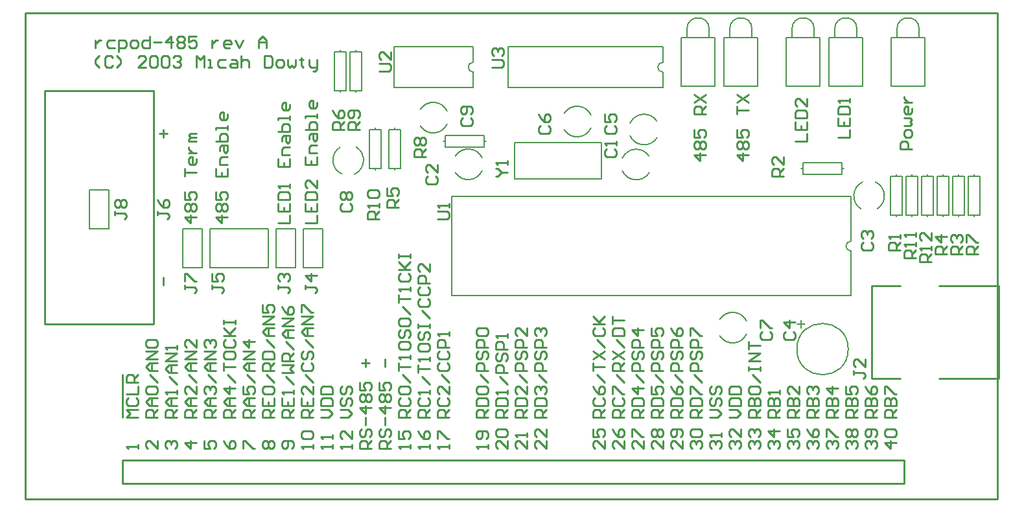
<source format=gto>
%FSLAX23Y23*%
%MOIN*%
G70*
G01*
G75*
%ADD10C,0.006*%
%ADD11C,0.010*%
%ADD12C,0.001*%
%ADD13C,0.001*%
%ADD14C,0.250*%
%ADD15C,0.055*%
%ADD16R,0.053X0.053*%
%ADD17C,0.053*%
%ADD18C,0.059*%
%ADD19R,0.059X0.059*%
%ADD20C,0.070*%
%ADD21C,0.059*%
%ADD22R,0.059X0.059*%
%ADD23C,0.065*%
%ADD24C,0.180*%
%ADD25C,0.047*%
%ADD26R,0.047X0.047*%
%ADD27O,0.500X0.400*%
%ADD28R,0.070X0.070*%
%ADD29C,0.063*%
%ADD30C,0.025*%
%ADD31C,0.008*%
%ADD32C,0.005*%
%ADD33C,0.006*%
D11*
X5006Y620D02*
Y1094D01*
X4700D02*
X5006D01*
X4700Y620D02*
X5006D01*
X4352D02*
Y1094D01*
Y620D02*
X4500D01*
X4352Y1094D02*
X4500D01*
X660Y1520D02*
Y2100D01*
X100Y1500D02*
Y2100D01*
Y900D02*
X380D01*
X100D02*
Y1500D01*
Y2100D02*
X660D01*
Y900D02*
Y1520D01*
X380Y900D02*
X660D01*
X500Y420D02*
Y640D01*
Y80D02*
Y180D01*
Y200D01*
X4520D01*
Y80D02*
Y200D01*
X500Y80D02*
X4520D01*
X380Y2220D02*
X360Y2240D01*
Y2260D01*
X380Y2280D01*
X450Y2270D02*
X440Y2280D01*
X420D01*
X410Y2270D01*
Y2230D01*
X420Y2220D01*
X440D01*
X450Y2230D01*
X470Y2220D02*
X490Y2240D01*
Y2260D01*
X470Y2280D01*
X620Y2220D02*
X580D01*
X620Y2260D01*
Y2270D01*
X610Y2280D01*
X590D01*
X580Y2270D01*
X640D02*
X650Y2280D01*
X670D01*
X680Y2270D01*
Y2230D01*
X670Y2220D01*
X650D01*
X640Y2230D01*
Y2270D01*
X700D02*
X710Y2280D01*
X730D01*
X740Y2270D01*
Y2230D01*
X730Y2220D01*
X710D01*
X700Y2230D01*
Y2270D01*
X760D02*
X770Y2280D01*
X790D01*
X800Y2270D01*
Y2260D01*
X790Y2250D01*
X780D01*
X790D01*
X800Y2240D01*
Y2230D01*
X790Y2220D01*
X770D01*
X760Y2230D01*
X880Y2220D02*
Y2280D01*
X900Y2260D01*
X920Y2280D01*
Y2220D01*
X940D02*
X960D01*
X950D01*
Y2260D01*
X940D01*
X1030D02*
X1000D01*
X990Y2250D01*
Y2230D01*
X1000Y2220D01*
X1030D01*
X1060Y2260D02*
X1080D01*
X1090Y2250D01*
Y2220D01*
X1060D01*
X1050Y2230D01*
X1060Y2240D01*
X1090D01*
X1110Y2280D02*
Y2220D01*
Y2250D01*
X1120Y2260D01*
X1140D01*
X1150Y2250D01*
Y2220D01*
X1230Y2280D02*
Y2220D01*
X1260D01*
X1270Y2230D01*
Y2270D01*
X1260Y2280D01*
X1230D01*
X1300Y2220D02*
X1320D01*
X1330Y2230D01*
Y2250D01*
X1320Y2260D01*
X1300D01*
X1290Y2250D01*
Y2230D01*
X1300Y2220D01*
X1350Y2260D02*
Y2230D01*
X1360Y2220D01*
X1370Y2230D01*
X1380Y2220D01*
X1390Y2230D01*
Y2260D01*
X1420Y2270D02*
Y2260D01*
X1410D01*
X1430D01*
X1420D01*
Y2230D01*
X1430Y2220D01*
X1460Y2260D02*
Y2230D01*
X1470Y2220D01*
X1500D01*
Y2210D01*
X1490Y2200D01*
X1480D01*
X1500Y2220D02*
Y2260D01*
X360Y2360D02*
Y2320D01*
Y2340D01*
X370Y2350D01*
X380Y2360D01*
X390D01*
X460D02*
X430D01*
X420Y2350D01*
Y2330D01*
X430Y2320D01*
X460D01*
X480Y2300D02*
Y2360D01*
X510D01*
X520Y2350D01*
Y2330D01*
X510Y2320D01*
X480D01*
X550D02*
X570D01*
X580Y2330D01*
Y2350D01*
X570Y2360D01*
X550D01*
X540Y2350D01*
Y2330D01*
X550Y2320D01*
X640Y2380D02*
Y2320D01*
X610D01*
X600Y2330D01*
Y2350D01*
X610Y2360D01*
X640D01*
X660Y2350D02*
X700D01*
X750Y2320D02*
Y2380D01*
X720Y2350D01*
X760D01*
X780Y2370D02*
X790Y2380D01*
X810D01*
X820Y2370D01*
Y2360D01*
X810Y2350D01*
X820Y2340D01*
Y2330D01*
X810Y2320D01*
X790D01*
X780Y2330D01*
Y2340D01*
X790Y2350D01*
X780Y2360D01*
Y2370D01*
X790Y2350D02*
X810D01*
X880Y2380D02*
X840D01*
Y2350D01*
X860Y2360D01*
X870D01*
X880Y2350D01*
Y2330D01*
X870Y2320D01*
X850D01*
X840Y2330D01*
X960Y2360D02*
Y2320D01*
Y2340D01*
X970Y2350D01*
X980Y2360D01*
X990D01*
X1050Y2320D02*
X1030D01*
X1020Y2330D01*
Y2350D01*
X1030Y2360D01*
X1050D01*
X1060Y2350D01*
Y2340D01*
X1020D01*
X1080Y2360D02*
X1100Y2320D01*
X1120Y2360D01*
X1200Y2320D02*
Y2360D01*
X1220Y2380D01*
X1240Y2360D01*
Y2320D01*
Y2350D01*
X1200D01*
X2060Y1760D02*
X2000D01*
Y1790D01*
X2010Y1800D01*
X2030D01*
X2040Y1790D01*
Y1760D01*
Y1780D02*
X2060Y1800D01*
X2010Y1820D02*
X2000Y1830D01*
Y1850D01*
X2010Y1860D01*
X2020D01*
X2030Y1850D01*
X2040Y1860D01*
X2050D01*
X2060Y1850D01*
Y1830D01*
X2050Y1820D01*
X2040D01*
X2030Y1830D01*
X2020Y1820D01*
X2010D01*
X2030Y1830D02*
Y1850D01*
X1640Y1900D02*
X1580D01*
Y1930D01*
X1590Y1940D01*
X1610D01*
X1620Y1930D01*
Y1900D01*
Y1920D02*
X1640Y1940D01*
X1580Y2000D02*
X1590Y1980D01*
X1610Y1960D01*
X1630D01*
X1640Y1970D01*
Y1990D01*
X1630Y2000D01*
X1620D01*
X1610Y1990D01*
Y1960D01*
X1720Y1900D02*
X1660D01*
Y1930D01*
X1670Y1940D01*
X1690D01*
X1700Y1930D01*
Y1900D01*
Y1920D02*
X1720Y1940D01*
X1710Y1960D02*
X1720Y1970D01*
Y1990D01*
X1710Y2000D01*
X1670D01*
X1660Y1990D01*
Y1970D01*
X1670Y1960D01*
X1680D01*
X1690Y1970D01*
Y2000D01*
X2990Y1920D02*
X2980Y1910D01*
Y1890D01*
X2990Y1880D01*
X3030D01*
X3040Y1890D01*
Y1910D01*
X3030Y1920D01*
X2980Y1980D02*
Y1940D01*
X3010D01*
X3000Y1960D01*
Y1970D01*
X3010Y1980D01*
X3030D01*
X3040Y1970D01*
Y1950D01*
X3030Y1940D01*
X2400Y2220D02*
X2450D01*
X2460Y2230D01*
Y2250D01*
X2450Y2260D01*
X2400D01*
X2410Y2280D02*
X2400Y2290D01*
Y2310D01*
X2410Y2320D01*
X2420D01*
X2430Y2310D01*
Y2300D01*
Y2310D01*
X2440Y2320D01*
X2450D01*
X2460Y2310D01*
Y2290D01*
X2450Y2280D01*
X3790Y860D02*
X3780Y850D01*
Y830D01*
X3790Y820D01*
X3830D01*
X3840Y830D01*
Y850D01*
X3830Y860D01*
X3780Y880D02*
Y920D01*
X3790D01*
X3830Y880D01*
X3840D01*
X2120Y1440D02*
X2170D01*
X2180Y1450D01*
Y1470D01*
X2170Y1480D01*
X2120D01*
X2180Y1500D02*
Y1520D01*
Y1510D01*
X2120D01*
X2130Y1500D01*
X710Y1100D02*
Y1140D01*
Y1860D02*
Y1900D01*
X690Y1880D02*
X730D01*
X2080Y420D02*
X2020D01*
Y450D01*
X2030Y460D01*
X2050D01*
X2060Y450D01*
Y420D01*
Y440D02*
X2080Y460D01*
X2030Y520D02*
X2020Y510D01*
Y490D01*
X2030Y480D01*
X2070D01*
X2080Y490D01*
Y510D01*
X2070Y520D01*
X2080Y540D02*
Y560D01*
Y550D01*
X2020D01*
X2030Y540D01*
X2080Y590D02*
X2040Y630D01*
X2020Y650D02*
Y690D01*
Y670D01*
X2080D01*
Y710D02*
Y730D01*
Y720D01*
X2020D01*
X2030Y710D01*
X2020Y790D02*
Y770D01*
X2030Y760D01*
X2070D01*
X2080Y770D01*
Y790D01*
X2070Y800D01*
X2030D01*
X2020Y790D01*
X2030Y860D02*
X2020Y850D01*
Y830D01*
X2030Y820D01*
X2040D01*
X2050Y830D01*
Y850D01*
X2060Y860D01*
X2070D01*
X2080Y850D01*
Y830D01*
X2070Y820D01*
X2020Y880D02*
Y900D01*
Y890D01*
X2080D01*
Y880D01*
Y900D01*
Y930D02*
X2040Y970D01*
X2030Y1030D02*
X2020Y1020D01*
Y1000D01*
X2030Y990D01*
X2070D01*
X2080Y1000D01*
Y1020D01*
X2070Y1030D01*
X2030Y1090D02*
X2020Y1080D01*
Y1060D01*
X2030Y1050D01*
X2070D01*
X2080Y1060D01*
Y1080D01*
X2070Y1090D01*
X2080Y1110D02*
X2020D01*
Y1140D01*
X2030Y1150D01*
X2050D01*
X2060Y1140D01*
Y1110D01*
X2080Y1210D02*
Y1170D01*
X2040Y1210D01*
X2030D01*
X2020Y1200D01*
Y1180D01*
X2030Y1170D01*
X580Y420D02*
X520D01*
X540Y440D01*
X520Y460D01*
X580D01*
X530Y520D02*
X520Y510D01*
Y490D01*
X530Y480D01*
X570D01*
X580Y490D01*
Y510D01*
X570Y520D01*
X520Y540D02*
X580D01*
Y580D01*
Y600D02*
X520D01*
Y630D01*
X530Y640D01*
X550D01*
X560Y630D01*
Y600D01*
Y620D02*
X580Y640D01*
X680Y420D02*
X620D01*
Y450D01*
X630Y460D01*
X650D01*
X660Y450D01*
Y420D01*
Y440D02*
X680Y460D01*
Y480D02*
X640D01*
X620Y500D01*
X640Y520D01*
X680D01*
X650D01*
Y480D01*
X630Y540D02*
X620Y550D01*
Y570D01*
X630Y580D01*
X670D01*
X680Y570D01*
Y550D01*
X670Y540D01*
X630D01*
X680Y600D02*
X640Y640D01*
X680Y660D02*
X640D01*
X620Y680D01*
X640Y700D01*
X680D01*
X650D01*
Y660D01*
X680Y720D02*
X620D01*
X680Y760D01*
X620D01*
X630Y780D02*
X620Y790D01*
Y810D01*
X630Y820D01*
X670D01*
X680Y810D01*
Y790D01*
X670Y780D01*
X630D01*
X780Y420D02*
X720D01*
Y450D01*
X730Y460D01*
X750D01*
X760Y450D01*
Y420D01*
Y440D02*
X780Y460D01*
Y480D02*
X740D01*
X720Y500D01*
X740Y520D01*
X780D01*
X750D01*
Y480D01*
X780Y540D02*
Y560D01*
Y550D01*
X720D01*
X730Y540D01*
X780Y590D02*
X740Y630D01*
X780Y650D02*
X740D01*
X720Y670D01*
X740Y690D01*
X780D01*
X750D01*
Y650D01*
X780Y710D02*
X720D01*
X780Y750D01*
X720D01*
X780Y770D02*
Y790D01*
Y780D01*
X720D01*
X730Y770D01*
X880Y420D02*
X820D01*
Y450D01*
X830Y460D01*
X850D01*
X860Y450D01*
Y420D01*
Y440D02*
X880Y460D01*
Y480D02*
X840D01*
X820Y500D01*
X840Y520D01*
X880D01*
X850D01*
Y480D01*
X880Y580D02*
Y540D01*
X840Y580D01*
X830D01*
X820Y570D01*
Y550D01*
X830Y540D01*
X880Y600D02*
X840Y640D01*
X880Y660D02*
X840D01*
X820Y680D01*
X840Y700D01*
X880D01*
X850D01*
Y660D01*
X880Y720D02*
X820D01*
X880Y760D01*
X820D01*
X880Y820D02*
Y780D01*
X840Y820D01*
X830D01*
X820Y810D01*
Y790D01*
X830Y780D01*
X980Y420D02*
X920D01*
Y450D01*
X930Y460D01*
X950D01*
X960Y450D01*
Y420D01*
Y440D02*
X980Y460D01*
Y480D02*
X940D01*
X920Y500D01*
X940Y520D01*
X980D01*
X950D01*
Y480D01*
X930Y540D02*
X920Y550D01*
Y570D01*
X930Y580D01*
X940D01*
X950Y570D01*
Y560D01*
Y570D01*
X960Y580D01*
X970D01*
X980Y570D01*
Y550D01*
X970Y540D01*
X980Y600D02*
X940Y640D01*
X980Y660D02*
X940D01*
X920Y680D01*
X940Y700D01*
X980D01*
X950D01*
Y660D01*
X980Y720D02*
X920D01*
X980Y760D01*
X920D01*
X930Y780D02*
X920Y790D01*
Y810D01*
X930Y820D01*
X940D01*
X950Y810D01*
Y800D01*
Y810D01*
X960Y820D01*
X970D01*
X980Y810D01*
Y790D01*
X970Y780D01*
X1080Y420D02*
X1020D01*
Y450D01*
X1030Y460D01*
X1050D01*
X1060Y450D01*
Y420D01*
Y440D02*
X1080Y460D01*
Y480D02*
X1040D01*
X1020Y500D01*
X1040Y520D01*
X1080D01*
X1050D01*
Y480D01*
X1080Y570D02*
X1020D01*
X1050Y540D01*
Y580D01*
X1080Y600D02*
X1040Y640D01*
X1020Y660D02*
Y700D01*
Y680D01*
X1080D01*
X1030Y720D02*
X1020Y730D01*
Y750D01*
X1030Y760D01*
X1070D01*
X1080Y750D01*
Y730D01*
X1070Y720D01*
X1030D01*
Y820D02*
X1020Y810D01*
Y790D01*
X1030Y780D01*
X1070D01*
X1080Y790D01*
Y810D01*
X1070Y820D01*
X1020Y840D02*
X1080D01*
X1060D01*
X1020Y880D01*
X1050Y850D01*
X1080Y880D01*
X1020Y900D02*
Y920D01*
Y910D01*
X1080D01*
Y900D01*
Y920D01*
X1180Y420D02*
X1120D01*
Y450D01*
X1130Y460D01*
X1150D01*
X1160Y450D01*
Y420D01*
Y440D02*
X1180Y460D01*
Y480D02*
X1140D01*
X1120Y500D01*
X1140Y520D01*
X1180D01*
X1150D01*
Y480D01*
X1120Y580D02*
Y540D01*
X1150D01*
X1140Y560D01*
Y570D01*
X1150Y580D01*
X1170D01*
X1180Y570D01*
Y550D01*
X1170Y540D01*
X1180Y600D02*
X1140Y640D01*
X1180Y660D02*
X1140D01*
X1120Y680D01*
X1140Y700D01*
X1180D01*
X1150D01*
Y660D01*
X1180Y720D02*
X1120D01*
X1180Y760D01*
X1120D01*
X1180Y810D02*
X1120D01*
X1150Y780D01*
Y820D01*
X1280Y420D02*
X1220D01*
Y450D01*
X1230Y460D01*
X1250D01*
X1260Y450D01*
Y420D01*
Y440D02*
X1280Y460D01*
X1220Y520D02*
Y480D01*
X1280D01*
Y520D01*
X1250Y480D02*
Y500D01*
X1230Y540D02*
X1220Y550D01*
Y570D01*
X1230Y580D01*
X1270D01*
X1280Y570D01*
Y550D01*
X1270Y540D01*
X1230D01*
X1280Y600D02*
X1240Y640D01*
X1280Y660D02*
X1220D01*
Y690D01*
X1230Y700D01*
X1250D01*
X1260Y690D01*
Y660D01*
Y680D02*
X1280Y700D01*
X1220Y720D02*
X1280D01*
Y750D01*
X1270Y760D01*
X1230D01*
X1220Y750D01*
Y720D01*
X1280Y780D02*
X1240Y820D01*
X1280Y840D02*
X1240D01*
X1220Y860D01*
X1240Y880D01*
X1280D01*
X1250D01*
Y840D01*
X1280Y900D02*
X1220D01*
X1280Y940D01*
X1220D01*
Y1000D02*
Y960D01*
X1250D01*
X1240Y980D01*
Y990D01*
X1250Y1000D01*
X1270D01*
X1280Y990D01*
Y970D01*
X1270Y960D01*
X1380Y420D02*
X1320D01*
Y450D01*
X1330Y460D01*
X1350D01*
X1360Y450D01*
Y420D01*
Y440D02*
X1380Y460D01*
X1320Y520D02*
Y480D01*
X1380D01*
Y520D01*
X1350Y480D02*
Y500D01*
X1380Y540D02*
Y560D01*
Y550D01*
X1320D01*
X1330Y540D01*
X1380Y590D02*
X1340Y630D01*
X1320Y650D02*
X1380D01*
X1360Y670D01*
X1380Y690D01*
X1320D01*
X1380Y710D02*
X1320D01*
Y740D01*
X1330Y750D01*
X1350D01*
X1360Y740D01*
Y710D01*
Y730D02*
X1380Y750D01*
Y770D02*
X1340Y810D01*
X1380Y830D02*
X1340D01*
X1320Y850D01*
X1340Y870D01*
X1380D01*
X1350D01*
Y830D01*
X1380Y890D02*
X1320D01*
X1380Y930D01*
X1320D01*
Y990D02*
X1330Y970D01*
X1350Y950D01*
X1370D01*
X1380Y960D01*
Y980D01*
X1370Y990D01*
X1360D01*
X1350Y980D01*
Y950D01*
X1480Y420D02*
X1420D01*
Y450D01*
X1430Y460D01*
X1450D01*
X1460Y450D01*
Y420D01*
Y440D02*
X1480Y460D01*
X1420Y520D02*
Y480D01*
X1480D01*
Y520D01*
X1450Y480D02*
Y500D01*
X1480Y580D02*
Y540D01*
X1440Y580D01*
X1430D01*
X1420Y570D01*
Y550D01*
X1430Y540D01*
X1480Y600D02*
X1440Y640D01*
X1430Y700D02*
X1420Y690D01*
Y670D01*
X1430Y660D01*
X1470D01*
X1480Y670D01*
Y690D01*
X1470Y700D01*
X1430Y760D02*
X1420Y750D01*
Y730D01*
X1430Y720D01*
X1440D01*
X1450Y730D01*
Y750D01*
X1460Y760D01*
X1470D01*
X1480Y750D01*
Y730D01*
X1470Y720D01*
X1480Y780D02*
X1440Y820D01*
X1480Y840D02*
X1440D01*
X1420Y860D01*
X1440Y880D01*
X1480D01*
X1450D01*
Y840D01*
X1480Y900D02*
X1420D01*
X1480Y940D01*
X1420D01*
Y960D02*
Y1000D01*
X1430D01*
X1470Y960D01*
X1480D01*
X1520Y420D02*
X1560D01*
X1580Y440D01*
X1560Y460D01*
X1520D01*
Y480D02*
X1580D01*
Y510D01*
X1570Y520D01*
X1530D01*
X1520Y510D01*
Y480D01*
Y540D02*
X1580D01*
Y570D01*
X1570Y580D01*
X1530D01*
X1520Y570D01*
Y540D01*
X1620Y420D02*
X1660D01*
X1680Y440D01*
X1660Y460D01*
X1620D01*
X1630Y520D02*
X1620Y510D01*
Y490D01*
X1630Y480D01*
X1640D01*
X1650Y490D01*
Y510D01*
X1660Y520D01*
X1670D01*
X1680Y510D01*
Y490D01*
X1670Y480D01*
X1630Y580D02*
X1620Y570D01*
Y550D01*
X1630Y540D01*
X1640D01*
X1650Y550D01*
Y570D01*
X1660Y580D01*
X1670D01*
X1680Y570D01*
Y550D01*
X1670Y540D01*
X1980Y420D02*
X1920D01*
Y450D01*
X1930Y460D01*
X1950D01*
X1960Y450D01*
Y420D01*
Y440D02*
X1980Y460D01*
X1930Y520D02*
X1920Y510D01*
Y490D01*
X1930Y480D01*
X1970D01*
X1980Y490D01*
Y510D01*
X1970Y520D01*
X1930Y540D02*
X1920Y550D01*
Y570D01*
X1930Y580D01*
X1970D01*
X1980Y570D01*
Y550D01*
X1970Y540D01*
X1930D01*
X1980Y600D02*
X1940Y640D01*
X1920Y660D02*
Y700D01*
Y680D01*
X1980D01*
Y720D02*
Y740D01*
Y730D01*
X1920D01*
X1930Y720D01*
X1920Y800D02*
Y780D01*
X1930Y770D01*
X1970D01*
X1980Y780D01*
Y800D01*
X1970Y810D01*
X1930D01*
X1920Y800D01*
X1930Y870D02*
X1920Y860D01*
Y840D01*
X1930Y830D01*
X1940D01*
X1950Y840D01*
Y860D01*
X1960Y870D01*
X1970D01*
X1980Y860D01*
Y840D01*
X1970Y830D01*
X1920Y920D02*
Y900D01*
X1930Y890D01*
X1970D01*
X1980Y900D01*
Y920D01*
X1970Y930D01*
X1930D01*
X1920Y920D01*
X1980Y950D02*
X1940Y990D01*
X1920Y1010D02*
Y1050D01*
Y1030D01*
X1980D01*
Y1070D02*
Y1090D01*
Y1080D01*
X1920D01*
X1930Y1070D01*
Y1160D02*
X1920Y1150D01*
Y1130D01*
X1930Y1120D01*
X1970D01*
X1980Y1130D01*
Y1150D01*
X1970Y1160D01*
X1920Y1180D02*
X1980D01*
X1960D01*
X1920Y1220D01*
X1950Y1190D01*
X1980Y1220D01*
X1920Y1240D02*
Y1260D01*
Y1250D01*
X1980D01*
Y1240D01*
Y1260D01*
X2180Y420D02*
X2120D01*
Y450D01*
X2130Y460D01*
X2150D01*
X2160Y450D01*
Y420D01*
Y440D02*
X2180Y460D01*
X2130Y520D02*
X2120Y510D01*
Y490D01*
X2130Y480D01*
X2170D01*
X2180Y490D01*
Y510D01*
X2170Y520D01*
X2180Y580D02*
Y540D01*
X2140Y580D01*
X2130D01*
X2120Y570D01*
Y550D01*
X2130Y540D01*
X2180Y600D02*
X2140Y640D01*
X2130Y700D02*
X2120Y690D01*
Y670D01*
X2130Y660D01*
X2170D01*
X2180Y670D01*
Y690D01*
X2170Y700D01*
X2130Y760D02*
X2120Y750D01*
Y730D01*
X2130Y720D01*
X2170D01*
X2180Y730D01*
Y750D01*
X2170Y760D01*
X2180Y780D02*
X2120D01*
Y810D01*
X2130Y820D01*
X2150D01*
X2160Y810D01*
Y780D01*
X2180Y840D02*
Y860D01*
Y850D01*
X2120D01*
X2130Y840D01*
X2380Y420D02*
X2320D01*
Y450D01*
X2330Y460D01*
X2350D01*
X2360Y450D01*
Y420D01*
Y440D02*
X2380Y460D01*
X2320Y480D02*
X2380D01*
Y510D01*
X2370Y520D01*
X2330D01*
X2320Y510D01*
Y480D01*
X2330Y540D02*
X2320Y550D01*
Y570D01*
X2330Y580D01*
X2370D01*
X2380Y570D01*
Y550D01*
X2370Y540D01*
X2330D01*
X2380Y600D02*
X2340Y640D01*
X2380Y660D02*
X2320D01*
Y690D01*
X2330Y700D01*
X2350D01*
X2360Y690D01*
Y660D01*
X2330Y760D02*
X2320Y750D01*
Y730D01*
X2330Y720D01*
X2340D01*
X2350Y730D01*
Y750D01*
X2360Y760D01*
X2370D01*
X2380Y750D01*
Y730D01*
X2370Y720D01*
X2380Y780D02*
X2320D01*
Y810D01*
X2330Y820D01*
X2350D01*
X2360Y810D01*
Y780D01*
X2330Y840D02*
X2320Y850D01*
Y870D01*
X2330Y880D01*
X2370D01*
X2380Y870D01*
Y850D01*
X2370Y840D01*
X2330D01*
X2480Y420D02*
X2420D01*
Y450D01*
X2430Y460D01*
X2450D01*
X2460Y450D01*
Y420D01*
Y440D02*
X2480Y460D01*
X2420Y480D02*
X2480D01*
Y510D01*
X2470Y520D01*
X2430D01*
X2420Y510D01*
Y480D01*
X2480Y540D02*
Y560D01*
Y550D01*
X2420D01*
X2430Y540D01*
X2480Y590D02*
X2440Y630D01*
X2480Y650D02*
X2420D01*
Y680D01*
X2430Y690D01*
X2450D01*
X2460Y680D01*
Y650D01*
X2430Y750D02*
X2420Y740D01*
Y720D01*
X2430Y710D01*
X2440D01*
X2450Y720D01*
Y740D01*
X2460Y750D01*
X2470D01*
X2480Y740D01*
Y720D01*
X2470Y710D01*
X2480Y770D02*
X2420D01*
Y800D01*
X2430Y810D01*
X2450D01*
X2460Y800D01*
Y770D01*
X2480Y830D02*
Y850D01*
Y840D01*
X2420D01*
X2430Y830D01*
X2580Y420D02*
X2520D01*
Y450D01*
X2530Y460D01*
X2550D01*
X2560Y450D01*
Y420D01*
Y440D02*
X2580Y460D01*
X2520Y480D02*
X2580D01*
Y510D01*
X2570Y520D01*
X2530D01*
X2520Y510D01*
Y480D01*
X2580Y580D02*
Y540D01*
X2540Y580D01*
X2530D01*
X2520Y570D01*
Y550D01*
X2530Y540D01*
X2580Y600D02*
X2540Y640D01*
X2580Y660D02*
X2520D01*
Y690D01*
X2530Y700D01*
X2550D01*
X2560Y690D01*
Y660D01*
X2530Y760D02*
X2520Y750D01*
Y730D01*
X2530Y720D01*
X2540D01*
X2550Y730D01*
Y750D01*
X2560Y760D01*
X2570D01*
X2580Y750D01*
Y730D01*
X2570Y720D01*
X2580Y780D02*
X2520D01*
Y810D01*
X2530Y820D01*
X2550D01*
X2560Y810D01*
Y780D01*
X2580Y880D02*
Y840D01*
X2540Y880D01*
X2530D01*
X2520Y870D01*
Y850D01*
X2530Y840D01*
X2680Y420D02*
X2620D01*
Y450D01*
X2630Y460D01*
X2650D01*
X2660Y450D01*
Y420D01*
Y440D02*
X2680Y460D01*
X2620Y480D02*
X2680D01*
Y510D01*
X2670Y520D01*
X2630D01*
X2620Y510D01*
Y480D01*
X2630Y540D02*
X2620Y550D01*
Y570D01*
X2630Y580D01*
X2640D01*
X2650Y570D01*
Y560D01*
Y570D01*
X2660Y580D01*
X2670D01*
X2680Y570D01*
Y550D01*
X2670Y540D01*
X2680Y600D02*
X2640Y640D01*
X2680Y660D02*
X2620D01*
Y690D01*
X2630Y700D01*
X2650D01*
X2660Y690D01*
Y660D01*
X2630Y760D02*
X2620Y750D01*
Y730D01*
X2630Y720D01*
X2640D01*
X2650Y730D01*
Y750D01*
X2660Y760D01*
X2670D01*
X2680Y750D01*
Y730D01*
X2670Y720D01*
X2680Y780D02*
X2620D01*
Y810D01*
X2630Y820D01*
X2650D01*
X2660Y810D01*
Y780D01*
X2630Y840D02*
X2620Y850D01*
Y870D01*
X2630Y880D01*
X2640D01*
X2650Y870D01*
Y860D01*
Y870D01*
X2660Y880D01*
X2670D01*
X2680Y870D01*
Y850D01*
X2670Y840D01*
X2980Y420D02*
X2920D01*
Y450D01*
X2930Y460D01*
X2950D01*
X2960Y450D01*
Y420D01*
Y440D02*
X2980Y460D01*
X2930Y520D02*
X2920Y510D01*
Y490D01*
X2930Y480D01*
X2970D01*
X2980Y490D01*
Y510D01*
X2970Y520D01*
X2920Y580D02*
X2930Y560D01*
X2950Y540D01*
X2970D01*
X2980Y550D01*
Y570D01*
X2970Y580D01*
X2960D01*
X2950Y570D01*
Y540D01*
X2980Y600D02*
X2940Y640D01*
X2920Y660D02*
Y700D01*
Y680D01*
X2980D01*
X2920Y720D02*
X2980Y760D01*
X2920D02*
X2980Y720D01*
Y780D02*
X2940Y820D01*
X2930Y880D02*
X2920Y870D01*
Y850D01*
X2930Y840D01*
X2970D01*
X2980Y850D01*
Y870D01*
X2970Y880D01*
X2920Y900D02*
X2980D01*
X2960D01*
X2920Y940D01*
X2950Y910D01*
X2980Y940D01*
X3080Y420D02*
X3020D01*
Y450D01*
X3030Y460D01*
X3050D01*
X3060Y450D01*
Y420D01*
Y440D02*
X3080Y460D01*
X3030Y520D02*
X3020Y510D01*
Y490D01*
X3030Y480D01*
X3070D01*
X3080Y490D01*
Y510D01*
X3070Y520D01*
X3020Y540D02*
Y580D01*
X3030D01*
X3070Y540D01*
X3080D01*
Y600D02*
X3040Y640D01*
X3080Y660D02*
X3020D01*
Y690D01*
X3030Y700D01*
X3050D01*
X3060Y690D01*
Y660D01*
Y680D02*
X3080Y700D01*
X3020Y720D02*
X3080Y760D01*
X3020D02*
X3080Y720D01*
Y780D02*
X3040Y820D01*
X3020Y840D02*
X3080D01*
Y870D01*
X3070Y880D01*
X3030D01*
X3020Y870D01*
Y840D01*
Y900D02*
Y940D01*
Y920D01*
X3080D01*
X3180Y420D02*
X3120D01*
Y450D01*
X3130Y460D01*
X3150D01*
X3160Y450D01*
Y420D01*
Y440D02*
X3180Y460D01*
X3120Y480D02*
X3180D01*
Y510D01*
X3170Y520D01*
X3130D01*
X3120Y510D01*
Y480D01*
X3180Y570D02*
X3120D01*
X3150Y540D01*
Y580D01*
X3180Y600D02*
X3140Y640D01*
X3180Y660D02*
X3120D01*
Y690D01*
X3130Y700D01*
X3150D01*
X3160Y690D01*
Y660D01*
X3130Y760D02*
X3120Y750D01*
Y730D01*
X3130Y720D01*
X3140D01*
X3150Y730D01*
Y750D01*
X3160Y760D01*
X3170D01*
X3180Y750D01*
Y730D01*
X3170Y720D01*
X3180Y780D02*
X3120D01*
Y810D01*
X3130Y820D01*
X3150D01*
X3160Y810D01*
Y780D01*
X3180Y870D02*
X3120D01*
X3150Y840D01*
Y880D01*
X3280Y420D02*
X3220D01*
Y450D01*
X3230Y460D01*
X3250D01*
X3260Y450D01*
Y420D01*
Y440D02*
X3280Y460D01*
X3220Y480D02*
X3280D01*
Y510D01*
X3270Y520D01*
X3230D01*
X3220Y510D01*
Y480D01*
Y580D02*
Y540D01*
X3250D01*
X3240Y560D01*
Y570D01*
X3250Y580D01*
X3270D01*
X3280Y570D01*
Y550D01*
X3270Y540D01*
X3280Y600D02*
X3240Y640D01*
X3280Y660D02*
X3220D01*
Y690D01*
X3230Y700D01*
X3250D01*
X3260Y690D01*
Y660D01*
X3230Y760D02*
X3220Y750D01*
Y730D01*
X3230Y720D01*
X3240D01*
X3250Y730D01*
Y750D01*
X3260Y760D01*
X3270D01*
X3280Y750D01*
Y730D01*
X3270Y720D01*
X3280Y780D02*
X3220D01*
Y810D01*
X3230Y820D01*
X3250D01*
X3260Y810D01*
Y780D01*
X3220Y880D02*
Y840D01*
X3250D01*
X3240Y860D01*
Y870D01*
X3250Y880D01*
X3270D01*
X3280Y870D01*
Y850D01*
X3270Y840D01*
X3380Y420D02*
X3320D01*
Y450D01*
X3330Y460D01*
X3350D01*
X3360Y450D01*
Y420D01*
Y440D02*
X3380Y460D01*
X3320Y480D02*
X3380D01*
Y510D01*
X3370Y520D01*
X3330D01*
X3320Y510D01*
Y480D01*
Y580D02*
X3330Y560D01*
X3350Y540D01*
X3370D01*
X3380Y550D01*
Y570D01*
X3370Y580D01*
X3360D01*
X3350Y570D01*
Y540D01*
X3380Y600D02*
X3340Y640D01*
X3380Y660D02*
X3320D01*
Y690D01*
X3330Y700D01*
X3350D01*
X3360Y690D01*
Y660D01*
X3330Y760D02*
X3320Y750D01*
Y730D01*
X3330Y720D01*
X3340D01*
X3350Y730D01*
Y750D01*
X3360Y760D01*
X3370D01*
X3380Y750D01*
Y730D01*
X3370Y720D01*
X3380Y780D02*
X3320D01*
Y810D01*
X3330Y820D01*
X3350D01*
X3360Y810D01*
Y780D01*
X3320Y880D02*
X3330Y860D01*
X3350Y840D01*
X3370D01*
X3380Y850D01*
Y870D01*
X3370Y880D01*
X3360D01*
X3350Y870D01*
Y840D01*
X3480Y420D02*
X3420D01*
Y450D01*
X3430Y460D01*
X3450D01*
X3460Y450D01*
Y420D01*
Y440D02*
X3480Y460D01*
X3420Y480D02*
X3480D01*
Y510D01*
X3470Y520D01*
X3430D01*
X3420Y510D01*
Y480D01*
Y540D02*
Y580D01*
X3430D01*
X3470Y540D01*
X3480D01*
Y600D02*
X3440Y640D01*
X3480Y660D02*
X3420D01*
Y690D01*
X3430Y700D01*
X3450D01*
X3460Y690D01*
Y660D01*
X3430Y760D02*
X3420Y750D01*
Y730D01*
X3430Y720D01*
X3440D01*
X3450Y730D01*
Y750D01*
X3460Y760D01*
X3470D01*
X3480Y750D01*
Y730D01*
X3470Y720D01*
X3480Y780D02*
X3420D01*
Y810D01*
X3430Y820D01*
X3450D01*
X3460Y810D01*
Y780D01*
X3420Y840D02*
Y880D01*
X3430D01*
X3470Y840D01*
X3480D01*
X3520Y420D02*
X3560D01*
X3580Y440D01*
X3560Y460D01*
X3520D01*
X3530Y520D02*
X3520Y510D01*
Y490D01*
X3530Y480D01*
X3540D01*
X3550Y490D01*
Y510D01*
X3560Y520D01*
X3570D01*
X3580Y510D01*
Y490D01*
X3570Y480D01*
X3530Y580D02*
X3520Y570D01*
Y550D01*
X3530Y540D01*
X3540D01*
X3550Y550D01*
Y570D01*
X3560Y580D01*
X3570D01*
X3580Y570D01*
Y550D01*
X3570Y540D01*
X3620Y420D02*
X3660D01*
X3680Y440D01*
X3660Y460D01*
X3620D01*
Y480D02*
X3680D01*
Y510D01*
X3670Y520D01*
X3630D01*
X3620Y510D01*
Y480D01*
Y540D02*
X3680D01*
Y570D01*
X3670Y580D01*
X3630D01*
X3620Y570D01*
Y540D01*
X3780Y420D02*
X3720D01*
Y450D01*
X3730Y460D01*
X3750D01*
X3760Y450D01*
Y420D01*
Y440D02*
X3780Y460D01*
X3720Y480D02*
X3780D01*
Y510D01*
X3770Y520D01*
X3760D01*
X3750Y510D01*
Y480D01*
Y510D01*
X3740Y520D01*
X3730D01*
X3720Y510D01*
Y480D01*
X3730Y540D02*
X3720Y550D01*
Y570D01*
X3730Y580D01*
X3770D01*
X3780Y570D01*
Y550D01*
X3770Y540D01*
X3730D01*
X3780Y600D02*
X3740Y640D01*
X3720Y660D02*
Y680D01*
Y670D01*
X3780D01*
Y660D01*
Y680D01*
Y710D02*
X3720D01*
X3780Y750D01*
X3720D01*
Y770D02*
Y810D01*
Y790D01*
X3780D01*
X3880Y420D02*
X3820D01*
Y450D01*
X3830Y460D01*
X3850D01*
X3860Y450D01*
Y420D01*
Y440D02*
X3880Y460D01*
X3820Y480D02*
X3880D01*
Y510D01*
X3870Y520D01*
X3860D01*
X3850Y510D01*
Y480D01*
Y510D01*
X3840Y520D01*
X3830D01*
X3820Y510D01*
Y480D01*
X3880Y540D02*
Y560D01*
Y550D01*
X3820D01*
X3830Y540D01*
X3980Y420D02*
X3920D01*
Y450D01*
X3930Y460D01*
X3950D01*
X3960Y450D01*
Y420D01*
Y440D02*
X3980Y460D01*
X3920Y480D02*
X3980D01*
Y510D01*
X3970Y520D01*
X3960D01*
X3950Y510D01*
Y480D01*
Y510D01*
X3940Y520D01*
X3930D01*
X3920Y510D01*
Y480D01*
X3980Y580D02*
Y540D01*
X3940Y580D01*
X3930D01*
X3920Y570D01*
Y550D01*
X3930Y540D01*
X4180Y420D02*
X4120D01*
Y450D01*
X4130Y460D01*
X4150D01*
X4160Y450D01*
Y420D01*
Y440D02*
X4180Y460D01*
X4120Y480D02*
X4180D01*
Y510D01*
X4170Y520D01*
X4160D01*
X4150Y510D01*
Y480D01*
Y510D01*
X4140Y520D01*
X4130D01*
X4120Y510D01*
Y480D01*
X4180Y570D02*
X4120D01*
X4150Y540D01*
Y580D01*
X4280Y420D02*
X4220D01*
Y450D01*
X4230Y460D01*
X4250D01*
X4260Y450D01*
Y420D01*
Y440D02*
X4280Y460D01*
X4220Y480D02*
X4280D01*
Y510D01*
X4270Y520D01*
X4260D01*
X4250Y510D01*
Y480D01*
Y510D01*
X4240Y520D01*
X4230D01*
X4220Y510D01*
Y480D01*
Y580D02*
Y540D01*
X4250D01*
X4240Y560D01*
Y570D01*
X4250Y580D01*
X4270D01*
X4280Y570D01*
Y550D01*
X4270Y540D01*
X4380Y420D02*
X4320D01*
Y450D01*
X4330Y460D01*
X4350D01*
X4360Y450D01*
Y420D01*
Y440D02*
X4380Y460D01*
X4320Y480D02*
X4380D01*
Y510D01*
X4370Y520D01*
X4360D01*
X4350Y510D01*
Y480D01*
Y510D01*
X4340Y520D01*
X4330D01*
X4320Y510D01*
Y480D01*
Y580D02*
X4330Y560D01*
X4350Y540D01*
X4370D01*
X4380Y550D01*
Y570D01*
X4370Y580D01*
X4360D01*
X4350Y570D01*
Y540D01*
X4480Y420D02*
X4420D01*
Y450D01*
X4430Y460D01*
X4450D01*
X4460Y450D01*
Y420D01*
Y440D02*
X4480Y460D01*
X4420Y480D02*
X4480D01*
Y510D01*
X4470Y520D01*
X4460D01*
X4450Y510D01*
Y480D01*
Y510D01*
X4440Y520D01*
X4430D01*
X4420Y510D01*
Y480D01*
Y540D02*
Y580D01*
X4430D01*
X4470Y540D01*
X4480D01*
X4080Y420D02*
X4020D01*
Y450D01*
X4030Y460D01*
X4050D01*
X4060Y450D01*
Y420D01*
Y440D02*
X4080Y460D01*
X4020Y480D02*
X4080D01*
Y510D01*
X4070Y520D01*
X4060D01*
X4050Y510D01*
Y480D01*
Y510D01*
X4040Y520D01*
X4030D01*
X4020Y510D01*
Y480D01*
X4030Y540D02*
X4020Y550D01*
Y570D01*
X4030Y580D01*
X4040D01*
X4050Y570D01*
Y560D01*
Y570D01*
X4060Y580D01*
X4070D01*
X4080Y570D01*
Y550D01*
X4070Y540D01*
X580Y260D02*
Y280D01*
Y270D01*
X520D01*
X530Y260D01*
X680Y300D02*
Y260D01*
X640Y300D01*
X630D01*
X620Y290D01*
Y270D01*
X630Y260D01*
X730D02*
X720Y270D01*
Y290D01*
X730Y300D01*
X740D01*
X750Y290D01*
Y280D01*
Y290D01*
X760Y300D01*
X770D01*
X780Y290D01*
Y270D01*
X770Y260D01*
X880Y290D02*
X820D01*
X850Y260D01*
Y300D01*
X920D02*
Y260D01*
X950D01*
X940Y280D01*
Y290D01*
X950Y300D01*
X970D01*
X980Y290D01*
Y270D01*
X970Y260D01*
X1020Y300D02*
X1030Y280D01*
X1050Y260D01*
X1070D01*
X1080Y270D01*
Y290D01*
X1070Y300D01*
X1060D01*
X1050Y290D01*
Y260D01*
X1120D02*
Y300D01*
X1130D01*
X1170Y260D01*
X1180D01*
X1230D02*
X1220Y270D01*
Y290D01*
X1230Y300D01*
X1240D01*
X1250Y290D01*
X1260Y300D01*
X1270D01*
X1280Y290D01*
Y270D01*
X1270Y260D01*
X1260D01*
X1250Y270D01*
X1240Y260D01*
X1230D01*
X1250Y270D02*
Y290D01*
X1370Y260D02*
X1380Y270D01*
Y290D01*
X1370Y300D01*
X1330D01*
X1320Y290D01*
Y270D01*
X1330Y260D01*
X1340D01*
X1350Y270D01*
Y300D01*
X1480Y260D02*
Y280D01*
Y270D01*
X1420D01*
X1430Y260D01*
Y310D02*
X1420Y320D01*
Y340D01*
X1430Y350D01*
X1470D01*
X1480Y340D01*
Y320D01*
X1470Y310D01*
X1430D01*
X1580Y260D02*
Y280D01*
Y270D01*
X1520D01*
X1530Y260D01*
X1580Y310D02*
Y330D01*
Y320D01*
X1520D01*
X1530Y310D01*
X1680Y260D02*
Y280D01*
Y270D01*
X1620D01*
X1630Y260D01*
X1680Y350D02*
Y310D01*
X1640Y350D01*
X1630D01*
X1620Y340D01*
Y320D01*
X1630Y310D01*
X2080Y260D02*
Y280D01*
Y270D01*
X2020D01*
X2030Y260D01*
X2020Y350D02*
X2030Y330D01*
X2050Y310D01*
X2070D01*
X2080Y320D01*
Y340D01*
X2070Y350D01*
X2060D01*
X2050Y340D01*
Y310D01*
X1980Y260D02*
Y280D01*
Y270D01*
X1920D01*
X1930Y260D01*
X1920Y350D02*
Y310D01*
X1950D01*
X1940Y330D01*
Y340D01*
X1950Y350D01*
X1970D01*
X1980Y340D01*
Y320D01*
X1970Y310D01*
X2180Y260D02*
Y280D01*
Y270D01*
X2120D01*
X2130Y260D01*
X2120Y310D02*
Y350D01*
X2130D01*
X2170Y310D01*
X2180D01*
X2380Y260D02*
Y280D01*
Y270D01*
X2320D01*
X2330Y260D01*
X2370Y310D02*
X2380Y320D01*
Y340D01*
X2370Y350D01*
X2330D01*
X2320Y340D01*
Y320D01*
X2330Y310D01*
X2340D01*
X2350Y320D01*
Y350D01*
X2480Y300D02*
Y260D01*
X2440Y300D01*
X2430D01*
X2420Y290D01*
Y270D01*
X2430Y260D01*
Y320D02*
X2420Y330D01*
Y350D01*
X2430Y360D01*
X2470D01*
X2480Y350D01*
Y330D01*
X2470Y320D01*
X2430D01*
X2580Y300D02*
Y260D01*
X2540Y300D01*
X2530D01*
X2520Y290D01*
Y270D01*
X2530Y260D01*
X2580Y320D02*
Y340D01*
Y330D01*
X2520D01*
X2530Y320D01*
X2680Y300D02*
Y260D01*
X2640Y300D01*
X2630D01*
X2620Y290D01*
Y270D01*
X2630Y260D01*
X2680Y360D02*
Y320D01*
X2640Y360D01*
X2630D01*
X2620Y350D01*
Y330D01*
X2630Y320D01*
X2980Y300D02*
Y260D01*
X2940Y300D01*
X2930D01*
X2920Y290D01*
Y270D01*
X2930Y260D01*
X2920Y360D02*
Y320D01*
X2950D01*
X2940Y340D01*
Y350D01*
X2950Y360D01*
X2970D01*
X2980Y350D01*
Y330D01*
X2970Y320D01*
X3080Y300D02*
Y260D01*
X3040Y300D01*
X3030D01*
X3020Y290D01*
Y270D01*
X3030Y260D01*
X3020Y360D02*
X3030Y340D01*
X3050Y320D01*
X3070D01*
X3080Y330D01*
Y350D01*
X3070Y360D01*
X3060D01*
X3050Y350D01*
Y320D01*
X3180Y300D02*
Y260D01*
X3140Y300D01*
X3130D01*
X3120Y290D01*
Y270D01*
X3130Y260D01*
X3120Y320D02*
Y360D01*
X3130D01*
X3170Y320D01*
X3180D01*
X3280Y300D02*
Y260D01*
X3240Y300D01*
X3230D01*
X3220Y290D01*
Y270D01*
X3230Y260D01*
Y320D02*
X3220Y330D01*
Y350D01*
X3230Y360D01*
X3240D01*
X3250Y350D01*
X3260Y360D01*
X3270D01*
X3280Y350D01*
Y330D01*
X3270Y320D01*
X3260D01*
X3250Y330D01*
X3240Y320D01*
X3230D01*
X3250Y330D02*
Y350D01*
X3380Y300D02*
Y260D01*
X3340Y300D01*
X3330D01*
X3320Y290D01*
Y270D01*
X3330Y260D01*
X3370Y320D02*
X3380Y330D01*
Y350D01*
X3370Y360D01*
X3330D01*
X3320Y350D01*
Y330D01*
X3330Y320D01*
X3340D01*
X3350Y330D01*
Y360D01*
X3430Y260D02*
X3420Y270D01*
Y290D01*
X3430Y300D01*
X3440D01*
X3450Y290D01*
Y280D01*
Y290D01*
X3460Y300D01*
X3470D01*
X3480Y290D01*
Y270D01*
X3470Y260D01*
X3430Y320D02*
X3420Y330D01*
Y350D01*
X3430Y360D01*
X3470D01*
X3480Y350D01*
Y330D01*
X3470Y320D01*
X3430D01*
X3530Y260D02*
X3520Y270D01*
Y290D01*
X3530Y300D01*
X3540D01*
X3550Y290D01*
Y280D01*
Y290D01*
X3560Y300D01*
X3570D01*
X3580Y290D01*
Y270D01*
X3570Y260D01*
X3580Y320D02*
Y340D01*
Y330D01*
X3520D01*
X3530Y320D01*
X3630Y260D02*
X3620Y270D01*
Y290D01*
X3630Y300D01*
X3640D01*
X3650Y290D01*
Y280D01*
Y290D01*
X3660Y300D01*
X3670D01*
X3680Y290D01*
Y270D01*
X3670Y260D01*
X3680Y360D02*
Y320D01*
X3640Y360D01*
X3630D01*
X3620Y350D01*
Y330D01*
X3630Y320D01*
X3730Y260D02*
X3720Y270D01*
Y290D01*
X3730Y300D01*
X3740D01*
X3750Y290D01*
Y280D01*
Y290D01*
X3760Y300D01*
X3770D01*
X3780Y290D01*
Y270D01*
X3770Y260D01*
X3730Y320D02*
X3720Y330D01*
Y350D01*
X3730Y360D01*
X3740D01*
X3750Y350D01*
Y340D01*
Y350D01*
X3760Y360D01*
X3770D01*
X3780Y350D01*
Y330D01*
X3770Y320D01*
X3830Y260D02*
X3820Y270D01*
Y290D01*
X3830Y300D01*
X3840D01*
X3850Y290D01*
Y280D01*
Y290D01*
X3860Y300D01*
X3870D01*
X3880Y290D01*
Y270D01*
X3870Y260D01*
X3880Y350D02*
X3820D01*
X3850Y320D01*
Y360D01*
X3930Y260D02*
X3920Y270D01*
Y290D01*
X3930Y300D01*
X3940D01*
X3950Y290D01*
Y280D01*
Y290D01*
X3960Y300D01*
X3970D01*
X3980Y290D01*
Y270D01*
X3970Y260D01*
X3920Y360D02*
Y320D01*
X3950D01*
X3940Y340D01*
Y350D01*
X3950Y360D01*
X3970D01*
X3980Y350D01*
Y330D01*
X3970Y320D01*
X4130Y260D02*
X4120Y270D01*
Y290D01*
X4130Y300D01*
X4140D01*
X4150Y290D01*
Y280D01*
Y290D01*
X4160Y300D01*
X4170D01*
X4180Y290D01*
Y270D01*
X4170Y260D01*
X4120Y320D02*
Y360D01*
X4130D01*
X4170Y320D01*
X4180D01*
X4230Y260D02*
X4220Y270D01*
Y290D01*
X4230Y300D01*
X4240D01*
X4250Y290D01*
Y280D01*
Y290D01*
X4260Y300D01*
X4270D01*
X4280Y290D01*
Y270D01*
X4270Y260D01*
X4230Y320D02*
X4220Y330D01*
Y350D01*
X4230Y360D01*
X4240D01*
X4250Y350D01*
X4260Y360D01*
X4270D01*
X4280Y350D01*
Y330D01*
X4270Y320D01*
X4260D01*
X4250Y330D01*
X4240Y320D01*
X4230D01*
X4250Y330D02*
Y350D01*
X4330Y260D02*
X4320Y270D01*
Y290D01*
X4330Y300D01*
X4340D01*
X4350Y290D01*
Y280D01*
Y290D01*
X4360Y300D01*
X4370D01*
X4380Y290D01*
Y270D01*
X4370Y260D01*
Y320D02*
X4380Y330D01*
Y350D01*
X4370Y360D01*
X4330D01*
X4320Y350D01*
Y330D01*
X4330Y320D01*
X4340D01*
X4350Y330D01*
Y360D01*
X4480Y290D02*
X4420D01*
X4450Y260D01*
Y300D01*
X4430Y320D02*
X4420Y330D01*
Y350D01*
X4430Y360D01*
X4470D01*
X4480Y350D01*
Y330D01*
X4470Y320D01*
X4430D01*
X4030Y260D02*
X4020Y270D01*
Y290D01*
X4030Y300D01*
X4040D01*
X4050Y290D01*
Y280D01*
Y290D01*
X4060Y300D01*
X4070D01*
X4080Y290D01*
Y270D01*
X4070Y260D01*
X4020Y360D02*
X4030Y340D01*
X4050Y320D01*
X4070D01*
X4080Y330D01*
Y350D01*
X4070Y360D01*
X4060D01*
X4050Y350D01*
Y320D01*
X1780Y260D02*
X1720D01*
Y290D01*
X1730Y300D01*
X1750D01*
X1760Y290D01*
Y260D01*
Y280D02*
X1780Y300D01*
X1730Y360D02*
X1720Y350D01*
Y330D01*
X1730Y320D01*
X1740D01*
X1750Y330D01*
Y350D01*
X1760Y360D01*
X1770D01*
X1780Y350D01*
Y330D01*
X1770Y320D01*
X1750Y380D02*
Y420D01*
X1780Y470D02*
X1720D01*
X1750Y440D01*
Y480D01*
X1730Y500D02*
X1720Y510D01*
Y530D01*
X1730Y540D01*
X1740D01*
X1750Y530D01*
X1760Y540D01*
X1770D01*
X1780Y530D01*
Y510D01*
X1770Y500D01*
X1760D01*
X1750Y510D01*
X1740Y500D01*
X1730D01*
X1750Y510D02*
Y530D01*
X1720Y600D02*
Y560D01*
X1750D01*
X1740Y580D01*
Y590D01*
X1750Y600D01*
X1770D01*
X1780Y590D01*
Y570D01*
X1770Y560D01*
X1750Y680D02*
Y720D01*
X1730Y700D02*
X1770D01*
X1880Y260D02*
X1820D01*
Y290D01*
X1830Y300D01*
X1850D01*
X1860Y290D01*
Y260D01*
Y280D02*
X1880Y300D01*
X1830Y360D02*
X1820Y350D01*
Y330D01*
X1830Y320D01*
X1840D01*
X1850Y330D01*
Y350D01*
X1860Y360D01*
X1870D01*
X1880Y350D01*
Y330D01*
X1870Y320D01*
X1850Y380D02*
Y420D01*
X1880Y470D02*
X1820D01*
X1850Y440D01*
Y480D01*
X1830Y500D02*
X1820Y510D01*
Y530D01*
X1830Y540D01*
X1840D01*
X1850Y530D01*
X1860Y540D01*
X1870D01*
X1880Y530D01*
Y510D01*
X1870Y500D01*
X1860D01*
X1850Y510D01*
X1840Y500D01*
X1830D01*
X1850Y510D02*
Y530D01*
X1820Y600D02*
Y560D01*
X1850D01*
X1840Y580D01*
Y590D01*
X1850Y600D01*
X1870D01*
X1880Y590D01*
Y570D01*
X1870Y560D01*
X1850Y680D02*
Y720D01*
X4740Y1260D02*
X4680D01*
Y1290D01*
X4690Y1300D01*
X4710D01*
X4720Y1290D01*
Y1260D01*
Y1280D02*
X4740Y1300D01*
Y1350D02*
X4680D01*
X4710Y1320D01*
Y1360D01*
X4820Y1260D02*
X4760D01*
Y1290D01*
X4770Y1300D01*
X4790D01*
X4800Y1290D01*
Y1260D01*
Y1280D02*
X4820Y1300D01*
X4770Y1320D02*
X4760Y1330D01*
Y1350D01*
X4770Y1360D01*
X4780D01*
X4790Y1350D01*
Y1340D01*
Y1350D01*
X4800Y1360D01*
X4810D01*
X4820Y1350D01*
Y1330D01*
X4810Y1320D01*
X1440Y1420D02*
X1500D01*
Y1460D01*
X1440Y1520D02*
Y1480D01*
X1500D01*
Y1520D01*
X1470Y1480D02*
Y1500D01*
X1440Y1540D02*
X1500D01*
Y1570D01*
X1490Y1580D01*
X1450D01*
X1440Y1570D01*
Y1540D01*
X1500Y1640D02*
Y1600D01*
X1460Y1640D01*
X1450D01*
X1440Y1630D01*
Y1610D01*
X1450Y1600D01*
X1440Y1760D02*
Y1720D01*
X1500D01*
Y1760D01*
X1470Y1720D02*
Y1740D01*
X1500Y1780D02*
X1460D01*
Y1810D01*
X1470Y1820D01*
X1500D01*
X1460Y1850D02*
Y1870D01*
X1470Y1880D01*
X1500D01*
Y1850D01*
X1490Y1840D01*
X1480Y1850D01*
Y1880D01*
X1440Y1900D02*
X1500D01*
Y1930D01*
X1490Y1940D01*
X1480D01*
X1470D01*
X1460Y1930D01*
Y1900D01*
X1500Y1960D02*
Y1980D01*
Y1970D01*
X1440D01*
Y1960D01*
X1500Y2040D02*
Y2020D01*
X1490Y2010D01*
X1470D01*
X1460Y2020D01*
Y2040D01*
X1470Y2050D01*
X1480D01*
Y2010D01*
X1440Y1100D02*
Y1080D01*
Y1090D01*
X1490D01*
X1500Y1080D01*
Y1070D01*
X1490Y1060D01*
X1500Y1150D02*
X1440D01*
X1470Y1120D01*
Y1160D01*
X1300Y1420D02*
X1360D01*
Y1460D01*
X1300Y1520D02*
Y1480D01*
X1360D01*
Y1520D01*
X1330Y1480D02*
Y1500D01*
X1300Y1540D02*
X1360D01*
Y1570D01*
X1350Y1580D01*
X1310D01*
X1300Y1570D01*
Y1540D01*
X1360Y1600D02*
Y1620D01*
Y1610D01*
X1300D01*
X1310Y1600D01*
X1300Y1750D02*
Y1710D01*
X1360D01*
Y1750D01*
X1330Y1710D02*
Y1730D01*
X1360Y1770D02*
X1320D01*
Y1800D01*
X1330Y1810D01*
X1360D01*
X1320Y1840D02*
Y1860D01*
X1330Y1870D01*
X1360D01*
Y1840D01*
X1350Y1830D01*
X1340Y1840D01*
Y1870D01*
X1300Y1890D02*
X1360D01*
Y1920D01*
X1350Y1930D01*
X1340D01*
X1330D01*
X1320Y1920D01*
Y1890D01*
X1360Y1950D02*
Y1970D01*
Y1960D01*
X1300D01*
Y1950D01*
X1360Y2030D02*
Y2010D01*
X1350Y2000D01*
X1330D01*
X1320Y2010D01*
Y2030D01*
X1330Y2040D01*
X1340D01*
Y2000D01*
X1300Y1100D02*
Y1080D01*
Y1090D01*
X1350D01*
X1360Y1080D01*
Y1070D01*
X1350Y1060D01*
X1310Y1120D02*
X1300Y1130D01*
Y1150D01*
X1310Y1160D01*
X1320D01*
X1330Y1150D01*
Y1140D01*
Y1150D01*
X1340Y1160D01*
X1350D01*
X1360Y1150D01*
Y1130D01*
X1350Y1120D01*
X2420Y1660D02*
X2430D01*
X2450Y1680D01*
X2430Y1700D01*
X2420D01*
X2450Y1680D02*
X2480D01*
Y1720D02*
Y1740D01*
Y1730D01*
X2420D01*
X2430Y1720D01*
X2990Y1800D02*
X2980Y1790D01*
Y1770D01*
X2990Y1760D01*
X3030D01*
X3040Y1770D01*
Y1790D01*
X3030Y1800D01*
X3040Y1820D02*
Y1840D01*
Y1830D01*
X2980D01*
X2990Y1820D01*
X2070Y1660D02*
X2060Y1650D01*
Y1630D01*
X2070Y1620D01*
X2110D01*
X2120Y1630D01*
Y1650D01*
X2110Y1660D01*
X2120Y1720D02*
Y1680D01*
X2080Y1720D01*
X2070D01*
X2060Y1710D01*
Y1690D01*
X2070Y1680D01*
X4310Y1320D02*
X4300Y1310D01*
Y1290D01*
X4310Y1280D01*
X4350D01*
X4360Y1290D01*
Y1310D01*
X4350Y1320D01*
X4310Y1340D02*
X4300Y1350D01*
Y1370D01*
X4310Y1380D01*
X4320D01*
X4330Y1370D01*
Y1360D01*
Y1370D01*
X4340Y1380D01*
X4350D01*
X4360Y1370D01*
Y1350D01*
X4350Y1340D01*
X3910Y860D02*
X3900Y850D01*
Y830D01*
X3910Y820D01*
X3950D01*
X3960Y830D01*
Y850D01*
X3950Y860D01*
X3960Y910D02*
X3900D01*
X3930Y880D01*
Y920D01*
X2650Y1920D02*
X2640Y1910D01*
Y1890D01*
X2650Y1880D01*
X2690D01*
X2700Y1890D01*
Y1910D01*
X2690Y1920D01*
X2640Y1980D02*
X2650Y1960D01*
X2670Y1940D01*
X2690D01*
X2700Y1950D01*
Y1970D01*
X2690Y1980D01*
X2680D01*
X2670Y1970D01*
Y1940D01*
X4260Y660D02*
Y640D01*
Y650D01*
X4310D01*
X4320Y640D01*
Y630D01*
X4310Y620D01*
X4320Y720D02*
Y680D01*
X4280Y720D01*
X4270D01*
X4260Y710D01*
Y690D01*
X4270Y680D01*
X4500Y1280D02*
X4440D01*
Y1310D01*
X4450Y1320D01*
X4470D01*
X4480Y1310D01*
Y1280D01*
Y1300D02*
X4500Y1320D01*
Y1340D02*
Y1360D01*
Y1350D01*
X4440D01*
X4450Y1340D01*
X3900Y1660D02*
X3840D01*
Y1690D01*
X3850Y1700D01*
X3870D01*
X3880Y1690D01*
Y1660D01*
Y1680D02*
X3900Y1700D01*
Y1760D02*
Y1720D01*
X3860Y1760D01*
X3850D01*
X3840Y1750D01*
Y1730D01*
X3850Y1720D01*
X1040Y1450D02*
X980D01*
X1010Y1420D01*
Y1460D01*
X990Y1480D02*
X980Y1490D01*
Y1510D01*
X990Y1520D01*
X1000D01*
X1010Y1510D01*
X1020Y1520D01*
X1030D01*
X1040Y1510D01*
Y1490D01*
X1030Y1480D01*
X1020D01*
X1010Y1490D01*
X1000Y1480D01*
X990D01*
X1010Y1490D02*
Y1510D01*
X980Y1580D02*
Y1540D01*
X1010D01*
X1000Y1560D01*
Y1570D01*
X1010Y1580D01*
X1030D01*
X1040Y1570D01*
Y1550D01*
X1030Y1540D01*
X980Y1700D02*
Y1660D01*
X1040D01*
Y1700D01*
X1010Y1660D02*
Y1680D01*
X1040Y1720D02*
X1000D01*
Y1750D01*
X1010Y1760D01*
X1040D01*
X1000Y1790D02*
Y1810D01*
X1010Y1820D01*
X1040D01*
Y1790D01*
X1030Y1780D01*
X1020Y1790D01*
Y1820D01*
X980Y1840D02*
X1040D01*
Y1870D01*
X1030Y1880D01*
X1020D01*
X1010D01*
X1000Y1870D01*
Y1840D01*
X1040Y1900D02*
Y1920D01*
Y1910D01*
X980D01*
Y1900D01*
X1040Y1980D02*
Y1960D01*
X1030Y1950D01*
X1010D01*
X1000Y1960D01*
Y1980D01*
X1010Y1990D01*
X1020D01*
Y1950D01*
X960Y1100D02*
Y1080D01*
Y1090D01*
X1010D01*
X1020Y1080D01*
Y1070D01*
X1010Y1060D01*
X960Y1160D02*
Y1120D01*
X990D01*
X980Y1140D01*
Y1150D01*
X990Y1160D01*
X1010D01*
X1020Y1150D01*
Y1130D01*
X1010Y1120D01*
X1920Y1500D02*
X1860D01*
Y1530D01*
X1870Y1540D01*
X1890D01*
X1900Y1530D01*
Y1500D01*
Y1520D02*
X1920Y1540D01*
X1860Y1600D02*
Y1560D01*
X1890D01*
X1880Y1580D01*
Y1590D01*
X1890Y1600D01*
X1910D01*
X1920Y1590D01*
Y1570D01*
X1910Y1560D01*
X4900Y1260D02*
X4840D01*
Y1290D01*
X4850Y1300D01*
X4870D01*
X4880Y1290D01*
Y1260D01*
Y1280D02*
X4900Y1300D01*
X4840Y1320D02*
Y1360D01*
X4850D01*
X4890Y1320D01*
X4900D01*
X4180Y1860D02*
X4240D01*
Y1900D01*
X4180Y1960D02*
Y1920D01*
X4240D01*
Y1960D01*
X4210Y1920D02*
Y1940D01*
X4180Y1980D02*
X4240D01*
Y2010D01*
X4230Y2020D01*
X4190D01*
X4180Y2010D01*
Y1980D01*
X4240Y2040D02*
Y2060D01*
Y2050D01*
X4180D01*
X4190Y2040D01*
X3960Y1840D02*
X4020D01*
Y1880D01*
X3960Y1940D02*
Y1900D01*
X4020D01*
Y1940D01*
X3990Y1900D02*
Y1920D01*
X3960Y1960D02*
X4020D01*
Y1990D01*
X4010Y2000D01*
X3970D01*
X3960Y1990D01*
Y1960D01*
X4020Y2060D02*
Y2020D01*
X3980Y2060D01*
X3970D01*
X3960Y2050D01*
Y2030D01*
X3970Y2020D01*
X4560Y1800D02*
X4500D01*
Y1830D01*
X4510Y1840D01*
X4530D01*
X4540Y1830D01*
Y1800D01*
X4560Y1870D02*
Y1890D01*
X4550Y1900D01*
X4530D01*
X4520Y1890D01*
Y1870D01*
X4530Y1860D01*
X4550D01*
X4560Y1870D01*
X4520Y1920D02*
X4550D01*
X4560Y1930D01*
X4550Y1940D01*
X4560Y1950D01*
X4550Y1960D01*
X4520D01*
X4560Y2010D02*
Y1990D01*
X4550Y1980D01*
X4530D01*
X4520Y1990D01*
Y2010D01*
X4530Y2020D01*
X4540D01*
Y1980D01*
X4520Y2040D02*
X4560D01*
X4540D01*
X4530Y2050D01*
X4520Y2060D01*
Y2070D01*
X1630Y1520D02*
X1620Y1510D01*
Y1490D01*
X1630Y1480D01*
X1670D01*
X1680Y1490D01*
Y1510D01*
X1670Y1520D01*
X1630Y1540D02*
X1620Y1550D01*
Y1570D01*
X1630Y1580D01*
X1640D01*
X1650Y1570D01*
X1660Y1580D01*
X1670D01*
X1680Y1570D01*
Y1550D01*
X1670Y1540D01*
X1660D01*
X1650Y1550D01*
X1640Y1540D01*
X1630D01*
X1650Y1550D02*
Y1570D01*
X880Y1450D02*
X820D01*
X850Y1420D01*
Y1460D01*
X830Y1480D02*
X820Y1490D01*
Y1510D01*
X830Y1520D01*
X840D01*
X850Y1510D01*
X860Y1520D01*
X870D01*
X880Y1510D01*
Y1490D01*
X870Y1480D01*
X860D01*
X850Y1490D01*
X840Y1480D01*
X830D01*
X850Y1490D02*
Y1510D01*
X820Y1580D02*
Y1540D01*
X850D01*
X840Y1560D01*
Y1570D01*
X850Y1580D01*
X870D01*
X880Y1570D01*
Y1550D01*
X870Y1540D01*
X820Y1660D02*
Y1700D01*
Y1680D01*
X880D01*
Y1750D02*
Y1730D01*
X870Y1720D01*
X850D01*
X840Y1730D01*
Y1750D01*
X850Y1760D01*
X860D01*
Y1720D01*
X840Y1780D02*
X880D01*
X860D01*
X850Y1790D01*
X840Y1800D01*
Y1810D01*
X880Y1840D02*
X840D01*
Y1850D01*
X850Y1860D01*
X880D01*
X850D01*
X840Y1870D01*
X850Y1880D01*
X880D01*
X820Y1100D02*
Y1080D01*
Y1090D01*
X870D01*
X880Y1080D01*
Y1070D01*
X870Y1060D01*
X820Y1120D02*
Y1160D01*
X830D01*
X870Y1120D01*
X880D01*
X1820Y1440D02*
X1760D01*
Y1470D01*
X1770Y1480D01*
X1790D01*
X1800Y1470D01*
Y1440D01*
Y1460D02*
X1820Y1480D01*
Y1500D02*
Y1520D01*
Y1510D01*
X1760D01*
X1770Y1500D01*
Y1550D02*
X1760Y1560D01*
Y1580D01*
X1770Y1590D01*
X1810D01*
X1820Y1580D01*
Y1560D01*
X1810Y1550D01*
X1770D01*
X2250Y1960D02*
X2240Y1950D01*
Y1930D01*
X2250Y1920D01*
X2290D01*
X2300Y1930D01*
Y1950D01*
X2290Y1960D01*
Y1980D02*
X2300Y1990D01*
Y2010D01*
X2290Y2020D01*
X2250D01*
X2240Y2010D01*
Y1990D01*
X2250Y1980D01*
X2260D01*
X2270Y1990D01*
Y2020D01*
X3500Y1770D02*
X3440D01*
X3470Y1740D01*
Y1780D01*
X3450Y1800D02*
X3440Y1810D01*
Y1830D01*
X3450Y1840D01*
X3460D01*
X3470Y1830D01*
X3480Y1840D01*
X3490D01*
X3500Y1830D01*
Y1810D01*
X3490Y1800D01*
X3480D01*
X3470Y1810D01*
X3460Y1800D01*
X3450D01*
X3470Y1810D02*
Y1830D01*
X3440Y1900D02*
Y1860D01*
X3470D01*
X3460Y1880D01*
Y1890D01*
X3470Y1900D01*
X3490D01*
X3500Y1890D01*
Y1870D01*
X3490Y1860D01*
X3500Y1980D02*
X3440D01*
Y2010D01*
X3450Y2020D01*
X3470D01*
X3480Y2010D01*
Y1980D01*
Y2000D02*
X3500Y2020D01*
X3440Y2040D02*
X3500Y2080D01*
X3440D02*
X3500Y2040D01*
X3720Y1770D02*
X3660D01*
X3690Y1740D01*
Y1780D01*
X3670Y1800D02*
X3660Y1810D01*
Y1830D01*
X3670Y1840D01*
X3680D01*
X3690Y1830D01*
X3700Y1840D01*
X3710D01*
X3720Y1830D01*
Y1810D01*
X3710Y1800D01*
X3700D01*
X3690Y1810D01*
X3680Y1800D01*
X3670D01*
X3690Y1810D02*
Y1830D01*
X3660Y1900D02*
Y1860D01*
X3690D01*
X3680Y1880D01*
Y1890D01*
X3690Y1900D01*
X3710D01*
X3720Y1890D01*
Y1870D01*
X3710Y1860D01*
X3660Y1980D02*
Y2020D01*
Y2000D01*
X3720D01*
X3660Y2040D02*
X3720Y2080D01*
X3660D02*
X3720Y2040D01*
X4580Y1240D02*
X4520D01*
Y1270D01*
X4530Y1280D01*
X4550D01*
X4560Y1270D01*
Y1240D01*
Y1260D02*
X4580Y1280D01*
Y1300D02*
Y1320D01*
Y1310D01*
X4520D01*
X4530Y1300D01*
X4580Y1350D02*
Y1370D01*
Y1360D01*
X4520D01*
X4530Y1350D01*
X4660Y1220D02*
X4600D01*
Y1250D01*
X4610Y1260D01*
X4630D01*
X4640Y1250D01*
Y1220D01*
Y1240D02*
X4660Y1260D01*
Y1280D02*
Y1300D01*
Y1290D01*
X4600D01*
X4610Y1280D01*
X4660Y1370D02*
Y1330D01*
X4620Y1370D01*
X4610D01*
X4600Y1360D01*
Y1340D01*
X4610Y1330D01*
X460Y1480D02*
Y1460D01*
Y1470D01*
X510D01*
X520Y1460D01*
Y1450D01*
X510Y1440D01*
X470Y1500D02*
X460Y1510D01*
Y1530D01*
X470Y1540D01*
X480D01*
X490Y1530D01*
X500Y1540D01*
X510D01*
X520Y1530D01*
Y1510D01*
X510Y1500D01*
X500D01*
X490Y1510D01*
X480Y1500D01*
X470D01*
X490Y1510D02*
Y1530D01*
X680Y1480D02*
Y1460D01*
Y1470D01*
X730D01*
X740Y1460D01*
Y1450D01*
X730Y1440D01*
X680Y1540D02*
X690Y1520D01*
X710Y1500D01*
X730D01*
X740Y1510D01*
Y1530D01*
X730Y1540D01*
X720D01*
X710Y1530D01*
Y1500D01*
X1820Y2200D02*
X1870D01*
X1880Y2210D01*
Y2230D01*
X1870Y2240D01*
X1820D01*
X1880Y2300D02*
Y2260D01*
X1840Y2300D01*
X1830D01*
X1820Y2290D01*
Y2270D01*
X1830Y2260D01*
X0Y2500D02*
X5000D01*
Y0D02*
Y2500D01*
X0Y0D02*
X5000D01*
X0D02*
Y2500D01*
D12*
X4277Y2417D02*
G03*
X4163Y2417I-57J0D01*
G01*
X4057D02*
G03*
X3943Y2417I-57J0D01*
G01*
X4597D02*
G03*
X4483Y2417I-57J0D01*
G01*
X3517D02*
G03*
X3403Y2417I-57J0D01*
G01*
X3737D02*
G03*
X3623Y2417I-57J0D01*
G01*
D13*
X4133Y2121D02*
X4307D01*
Y2373D01*
X4133D02*
X4307D01*
X4133Y2121D02*
Y2373D01*
X4163D02*
Y2417D01*
X4277Y2373D02*
Y2417D01*
X3913Y2121D02*
X4087D01*
Y2373D01*
X3913D02*
X4087D01*
X3913Y2121D02*
Y2373D01*
X3943D02*
Y2417D01*
X4057Y2373D02*
Y2417D01*
X4453Y2121D02*
X4627D01*
Y2373D01*
X4453D02*
X4627D01*
X4453Y2121D02*
Y2373D01*
X4483D02*
Y2417D01*
X4597Y2373D02*
Y2417D01*
X3373Y2121D02*
X3547D01*
Y2373D01*
X3373D02*
X3547D01*
X3373Y2121D02*
Y2373D01*
X3403D02*
Y2417D01*
X3517Y2373D02*
Y2417D01*
X3593Y2121D02*
X3767D01*
Y2373D01*
X3593D02*
X3767D01*
X3593Y2121D02*
Y2373D01*
X3623D02*
Y2417D01*
X3737Y2373D02*
Y2417D01*
D31*
X3110Y1867D02*
G03*
X3248Y1858I72J33D01*
G01*
Y1942D02*
G03*
X3110Y1933I-66J-42D01*
G01*
X3278Y2245D02*
G03*
X3278Y2195I0J-25D01*
G01*
X3710Y913D02*
G03*
X3572Y922I-72J-33D01*
G01*
Y838D02*
G03*
X3710Y847I66J42D01*
G01*
X4246Y1325D02*
G03*
X4246Y1275I0J-25D01*
G01*
X4232Y770D02*
G03*
X4232Y770I-132J0D01*
G01*
X3070Y1687D02*
G03*
X3208Y1678I72J33D01*
G01*
Y1762D02*
G03*
X3070Y1753I-66J-42D01*
G01*
X2212Y1678D02*
G03*
X2350Y1687I66J42D01*
G01*
Y1753D02*
G03*
X2212Y1762I-72J-33D01*
G01*
X4307Y1630D02*
G03*
X4298Y1492I33J-72D01*
G01*
X4382D02*
G03*
X4373Y1630I-42J66D01*
G01*
X2772Y1898D02*
G03*
X2910Y1907I66J42D01*
G01*
Y1973D02*
G03*
X2772Y1982I-72J-33D01*
G01*
X1618Y1808D02*
G03*
X1627Y1670I42J-66D01*
G01*
X1693D02*
G03*
X1702Y1808I-33J72D01*
G01*
X2032Y1918D02*
G03*
X2170Y1927I66J42D01*
G01*
Y1993D02*
G03*
X2032Y2002I-72J-33D01*
G01*
X2303Y2245D02*
G03*
X2303Y2195I0J-25D01*
G01*
X2151Y1840D02*
X2160D01*
X2360D02*
X2369D01*
X2160D02*
Y1870D01*
X2360D01*
Y1810D02*
Y1870D01*
X2160Y1810D02*
X2360D01*
X2160D02*
Y1840D01*
X1620Y2091D02*
Y2100D01*
Y2300D02*
Y2309D01*
X1590Y2100D02*
X1620D01*
X1590D02*
Y2300D01*
X1650D01*
Y2100D02*
Y2300D01*
X1620Y2100D02*
X1650D01*
X1700Y2300D02*
Y2309D01*
Y2091D02*
Y2100D01*
Y2300D02*
X1730D01*
Y2100D02*
Y2300D01*
X1670Y2100D02*
X1730D01*
X1670D02*
Y2300D01*
X1700D01*
X2482Y2116D02*
X3278D01*
X2482Y2324D02*
X3278D01*
X2482Y2116D02*
Y2324D01*
X3278Y2116D02*
Y2195D01*
Y2245D02*
Y2324D01*
X2194Y1046D02*
X4246D01*
X2194Y1554D02*
X4246D01*
X2194Y1046D02*
Y1554D01*
X4246Y1046D02*
Y1275D01*
Y1325D02*
Y1554D01*
X950Y1390D02*
X1142D01*
X950D02*
X1250D01*
X950Y1190D02*
X1250D01*
Y1390D01*
X950Y1190D02*
Y1390D01*
X4720Y1460D02*
X4750D01*
Y1660D01*
X4690D02*
X4750D01*
X4690Y1460D02*
Y1660D01*
Y1460D02*
X4720D01*
Y1660D02*
Y1669D01*
Y1451D02*
Y1460D01*
X4800D02*
X4830D01*
Y1660D01*
X4770D02*
X4830D01*
X4770Y1460D02*
Y1660D01*
Y1460D02*
X4800D01*
Y1660D02*
Y1669D01*
Y1451D02*
Y1460D01*
X2964Y1647D02*
Y1833D01*
X2516Y1647D02*
X2964D01*
X2516D02*
Y1833D01*
X2964D01*
X4480Y1451D02*
Y1460D01*
Y1660D02*
Y1669D01*
X4450Y1460D02*
X4480D01*
X4450D02*
Y1660D01*
X4510D01*
Y1460D02*
Y1660D01*
X4480Y1460D02*
X4510D01*
X4000Y1670D02*
Y1700D01*
Y1670D02*
X4200D01*
Y1730D01*
X4000D02*
X4200D01*
X4000Y1700D02*
Y1730D01*
X4200Y1700D02*
X4209D01*
X3991D02*
X4000D01*
X1900D02*
X1930D01*
Y1900D01*
X1870D02*
X1930D01*
X1870Y1700D02*
Y1900D01*
Y1700D02*
X1900D01*
Y1900D02*
Y1909D01*
Y1691D02*
Y1700D01*
X4880Y1460D02*
X4910D01*
Y1660D01*
X4850D02*
X4910D01*
X4850Y1460D02*
Y1660D01*
Y1460D02*
X4880D01*
Y1660D02*
Y1669D01*
Y1451D02*
Y1460D01*
X1770Y1900D02*
X1800D01*
X1770Y1700D02*
Y1900D01*
Y1700D02*
X1830D01*
Y1900D01*
X1800D02*
X1830D01*
X1800Y1691D02*
Y1700D01*
Y1900D02*
Y1909D01*
X4560Y1460D02*
X4590D01*
Y1660D01*
X4530D02*
X4590D01*
X4530Y1460D02*
Y1660D01*
Y1460D02*
X4560D01*
Y1660D02*
Y1669D01*
Y1451D02*
Y1460D01*
X4640D02*
X4670D01*
Y1660D01*
X4610D02*
X4670D01*
X4610Y1460D02*
Y1660D01*
Y1460D02*
X4640D01*
Y1660D02*
Y1669D01*
Y1451D02*
Y1460D01*
X810Y1390D02*
X910D01*
Y1190D02*
Y1390D01*
X810Y1190D02*
X910D01*
X810D02*
Y1390D01*
X1290Y1190D02*
X1390D01*
X1290D02*
Y1390D01*
X1390D01*
Y1190D02*
Y1390D01*
X1430D02*
X1530D01*
Y1190D02*
Y1390D01*
X1430Y1190D02*
X1530D01*
X1430D02*
Y1390D01*
X330Y1590D02*
X430D01*
Y1390D02*
Y1590D01*
X330Y1390D02*
X430D01*
X330D02*
Y1590D01*
X2303Y2245D02*
Y2324D01*
Y2116D02*
Y2195D01*
X1897Y2116D02*
Y2324D01*
X2303D01*
X1897Y2116D02*
X2303D01*
D32*
X4277Y2417D02*
G03*
X4163Y2417I-57J0D01*
G01*
X4057D02*
G03*
X3943Y2417I-57J0D01*
G01*
X4597D02*
G03*
X4483Y2417I-57J0D01*
G01*
X3517D02*
G03*
X3403Y2417I-57J0D01*
G01*
X3737D02*
G03*
X3623Y2417I-57J0D01*
G01*
X4133Y2121D02*
X4307D01*
X4133D02*
Y2373D01*
X4307D01*
Y2121D02*
Y2373D01*
X4163D02*
Y2417D01*
X4277Y2373D02*
Y2417D01*
X3913Y2121D02*
X4087D01*
X3913D02*
Y2373D01*
X4087D01*
Y2121D02*
Y2373D01*
X3943D02*
Y2417D01*
X4057Y2373D02*
Y2417D01*
X4453Y2121D02*
X4627D01*
X4453D02*
Y2373D01*
X4627D01*
Y2121D02*
Y2373D01*
X4483D02*
Y2417D01*
X4597Y2373D02*
Y2417D01*
X3373Y2121D02*
X3547D01*
X3373D02*
Y2373D01*
X3547D01*
Y2121D02*
Y2373D01*
X3403D02*
Y2417D01*
X3517Y2373D02*
Y2417D01*
X3593Y2121D02*
X3767D01*
X3593D02*
Y2373D01*
X3767D01*
Y2121D02*
Y2373D01*
X3623D02*
Y2417D01*
X3737Y2373D02*
Y2417D01*
D33*
X3990Y880D02*
Y919D01*
X3971Y900D02*
X4010D01*
M02*

</source>
